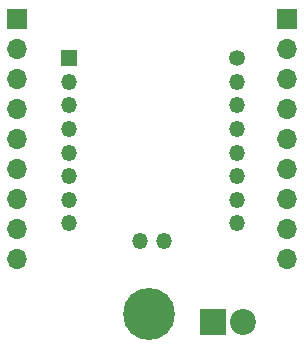
<source format=gbs>
G04 #@! TF.GenerationSoftware,KiCad,Pcbnew,(6.0.2)*
G04 #@! TF.CreationDate,2022-09-29T23:54:19+02:00*
G04 #@! TF.ProjectId,ESPBreakoutBoard-Min-Cutout,45535042-7265-4616-9b6f-7574426f6172,rev?*
G04 #@! TF.SameCoordinates,Original*
G04 #@! TF.FileFunction,Soldermask,Bot*
G04 #@! TF.FilePolarity,Negative*
%FSLAX46Y46*%
G04 Gerber Fmt 4.6, Leading zero omitted, Abs format (unit mm)*
G04 Created by KiCad (PCBNEW (6.0.2)) date 2022-09-29 23:54:19*
%MOMM*%
%LPD*%
G01*
G04 APERTURE LIST*
%ADD10R,2.200000X2.200000*%
%ADD11C,2.200000*%
%ADD12R,1.350000X1.350000*%
%ADD13O,1.350000X1.350000*%
%ADD14C,1.350000*%
%ADD15R,1.700000X1.700000*%
%ADD16O,1.700000X1.700000*%
%ADD17C,0.700000*%
%ADD18C,4.400000*%
G04 APERTURE END LIST*
D10*
X155200000Y-93100000D03*
D11*
X157740000Y-93100000D03*
D12*
X143000000Y-70800000D03*
D13*
X143000000Y-72800000D03*
X143000000Y-74800000D03*
X143000000Y-76800000D03*
X143000000Y-78800000D03*
X143000000Y-80800000D03*
X143000000Y-82800000D03*
X143000000Y-84800000D03*
X149000000Y-86300000D03*
X151000000Y-86300000D03*
X157200000Y-84800000D03*
X157200000Y-82800000D03*
X157200000Y-80800000D03*
X157200000Y-78800000D03*
X157200000Y-76800000D03*
X157200000Y-74800000D03*
X157200000Y-72800000D03*
D14*
X157200000Y-70800000D03*
D15*
X138620000Y-67450000D03*
D16*
X138620000Y-69990000D03*
X138620000Y-72530000D03*
X138620000Y-75070000D03*
X138620000Y-77610000D03*
X138620000Y-80150000D03*
X138620000Y-82690000D03*
X138620000Y-85230000D03*
X138620000Y-87770000D03*
D15*
X161480000Y-67450000D03*
D16*
X161480000Y-69990000D03*
X161480000Y-72530000D03*
X161480000Y-75070000D03*
X161480000Y-77610000D03*
X161480000Y-80150000D03*
X161480000Y-82690000D03*
X161480000Y-85230000D03*
X161480000Y-87770000D03*
D17*
X150966726Y-93606726D03*
X151450000Y-92440000D03*
X148633274Y-93606726D03*
X150966726Y-91273274D03*
X148150000Y-92440000D03*
X149800000Y-94090000D03*
X148633274Y-91273274D03*
X149800000Y-90790000D03*
D18*
X149800000Y-92440000D03*
M02*

</source>
